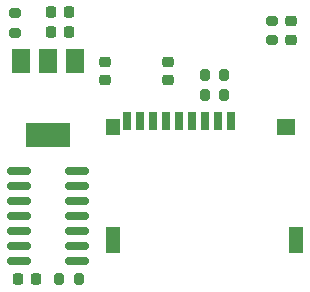
<source format=gbr>
%TF.GenerationSoftware,KiCad,Pcbnew,7.0.7*%
%TF.CreationDate,2023-08-18T08:54:36+02:00*%
%TF.ProjectId,uSD-Turbo,7553442d-5475-4726-926f-2e6b69636164,rev?*%
%TF.SameCoordinates,Original*%
%TF.FileFunction,Paste,Top*%
%TF.FilePolarity,Positive*%
%FSLAX46Y46*%
G04 Gerber Fmt 4.6, Leading zero omitted, Abs format (unit mm)*
G04 Created by KiCad (PCBNEW 7.0.7) date 2023-08-18 08:54:36*
%MOMM*%
%LPD*%
G01*
G04 APERTURE LIST*
G04 Aperture macros list*
%AMRoundRect*
0 Rectangle with rounded corners*
0 $1 Rounding radius*
0 $2 $3 $4 $5 $6 $7 $8 $9 X,Y pos of 4 corners*
0 Add a 4 corners polygon primitive as box body*
4,1,4,$2,$3,$4,$5,$6,$7,$8,$9,$2,$3,0*
0 Add four circle primitives for the rounded corners*
1,1,$1+$1,$2,$3*
1,1,$1+$1,$4,$5*
1,1,$1+$1,$6,$7*
1,1,$1+$1,$8,$9*
0 Add four rect primitives between the rounded corners*
20,1,$1+$1,$2,$3,$4,$5,0*
20,1,$1+$1,$4,$5,$6,$7,0*
20,1,$1+$1,$6,$7,$8,$9,0*
20,1,$1+$1,$8,$9,$2,$3,0*%
G04 Aperture macros list end*
%ADD10RoundRect,0.150000X0.825000X0.150000X-0.825000X0.150000X-0.825000X-0.150000X0.825000X-0.150000X0*%
%ADD11R,1.500000X2.000000*%
%ADD12R,3.800000X2.000000*%
%ADD13RoundRect,0.225000X-0.225000X-0.250000X0.225000X-0.250000X0.225000X0.250000X-0.225000X0.250000X0*%
%ADD14RoundRect,0.225000X0.250000X-0.225000X0.250000X0.225000X-0.250000X0.225000X-0.250000X-0.225000X0*%
%ADD15R,0.700000X1.600000*%
%ADD16R,1.200000X1.400000*%
%ADD17R,1.200000X2.200000*%
%ADD18R,1.600000X1.400000*%
%ADD19RoundRect,0.200000X0.275000X-0.200000X0.275000X0.200000X-0.275000X0.200000X-0.275000X-0.200000X0*%
%ADD20RoundRect,0.200000X-0.275000X0.200000X-0.275000X-0.200000X0.275000X-0.200000X0.275000X0.200000X0*%
%ADD21RoundRect,0.200000X-0.200000X-0.275000X0.200000X-0.275000X0.200000X0.275000X-0.200000X0.275000X0*%
%ADD22RoundRect,0.200000X0.200000X0.275000X-0.200000X0.275000X-0.200000X-0.275000X0.200000X-0.275000X0*%
%ADD23RoundRect,0.218750X0.256250X-0.218750X0.256250X0.218750X-0.256250X0.218750X-0.256250X-0.218750X0*%
G04 APERTURE END LIST*
D10*
%TO.C,U1*%
X118245000Y-83942000D03*
X118245000Y-82672000D03*
X118245000Y-81402000D03*
X118245000Y-80132000D03*
X118245000Y-78862000D03*
X118245000Y-77592000D03*
X118245000Y-76322000D03*
X113295000Y-76322000D03*
X113295000Y-77592000D03*
X113295000Y-78862000D03*
X113295000Y-80132000D03*
X113295000Y-81402000D03*
X113295000Y-82672000D03*
X113295000Y-83942000D03*
%TD*%
D11*
%TO.C,U2*%
X118070000Y-66949000D03*
X115770000Y-66949000D03*
D12*
X115770000Y-73249000D03*
D11*
X113470000Y-66949000D03*
%TD*%
D13*
%TO.C,C2*%
X116011000Y-64511000D03*
X117561000Y-64511000D03*
%TD*%
D14*
%TO.C,C3*%
X125930000Y-68588000D03*
X125930000Y-67038000D03*
%TD*%
D15*
%TO.C,XS1*%
X131220000Y-72030000D03*
X130120000Y-72030000D03*
X129020000Y-72030000D03*
X127920000Y-72030000D03*
X126820000Y-72030000D03*
D16*
X121270000Y-72530000D03*
D17*
X121270000Y-82130000D03*
D15*
X125720000Y-72030000D03*
D18*
X135870000Y-72530000D03*
D17*
X136770000Y-82130000D03*
D15*
X124620000Y-72030000D03*
X123520000Y-72030000D03*
X122420000Y-72030000D03*
%TD*%
D14*
%TO.C,C5*%
X120596000Y-68588000D03*
X120596000Y-67038000D03*
%TD*%
D19*
%TO.C,R5*%
X112976000Y-64574000D03*
X112976000Y-62924000D03*
%TD*%
D20*
%TO.C,R4*%
X134693000Y-63559000D03*
X134693000Y-65209000D03*
%TD*%
D21*
%TO.C,R2*%
X129042000Y-68194000D03*
X130692000Y-68194000D03*
%TD*%
D22*
%TO.C,R1*%
X118373000Y-85466000D03*
X116723000Y-85466000D03*
%TD*%
D13*
%TO.C,C4*%
X113217000Y-85466000D03*
X114767000Y-85466000D03*
%TD*%
D23*
%TO.C,D1*%
X136344000Y-65171500D03*
X136344000Y-63596500D03*
%TD*%
D21*
%TO.C,R3*%
X129042000Y-69845000D03*
X130692000Y-69845000D03*
%TD*%
D13*
%TO.C,C1*%
X116011000Y-62860000D03*
X117561000Y-62860000D03*
%TD*%
M02*

</source>
